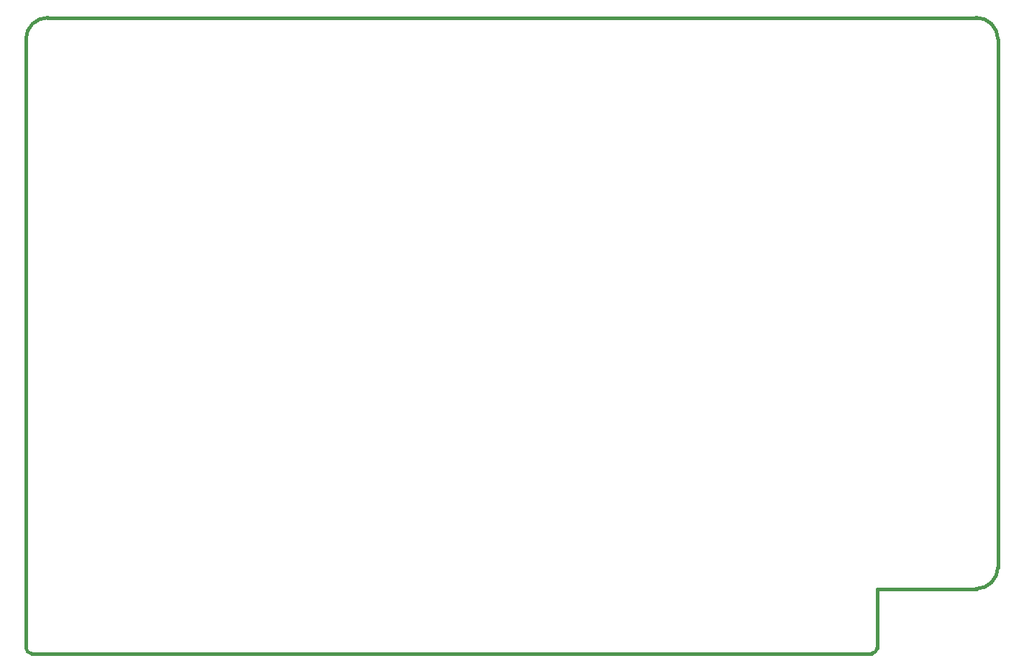
<source format=gm1>
%TF.GenerationSoftware,KiCad,Pcbnew,(5.1.12)-1*%
%TF.CreationDate,2022-04-27T23:33:07+02:00*%
%TF.ProjectId,1834_Ethernet,31383334-5f45-4746-9865-726e65742e6b,1.0*%
%TF.SameCoordinates,Original*%
%TF.FileFunction,Profile,NP*%
%FSLAX46Y46*%
G04 Gerber Fmt 4.6, Leading zero omitted, Abs format (unit mm)*
G04 Created by KiCad (PCBNEW (5.1.12)-1) date 2022-04-27 23:33:07*
%MOMM*%
%LPD*%
G01*
G04 APERTURE LIST*
%TA.AperFunction,Profile*%
%ADD10C,0.381000*%
%TD*%
G04 APERTURE END LIST*
D10*
X203200000Y-59690000D02*
X93878399Y-59690127D01*
X91313000Y-133985000D02*
X91313000Y-62230000D01*
X205740000Y-124460000D02*
X205740000Y-62230000D01*
X93878399Y-59690127D02*
G75*
G03*
X91313000Y-62230000I-25399J-2539873D01*
G01*
X203200000Y-127000000D02*
X191516000Y-127000000D01*
X203200000Y-127000000D02*
G75*
G03*
X205740000Y-124460000I0J2540000D01*
G01*
X205740000Y-62230000D02*
G75*
G03*
X203200000Y-59690000I-2540000J0D01*
G01*
X191516000Y-133985000D02*
X191516000Y-127000000D01*
X91948000Y-134620000D02*
X190881000Y-134620000D01*
X190881000Y-134620000D02*
G75*
G03*
X191516000Y-133985000I0J635000D01*
G01*
X91313000Y-133985000D02*
G75*
G03*
X91948000Y-134620000I635000J0D01*
G01*
M02*

</source>
